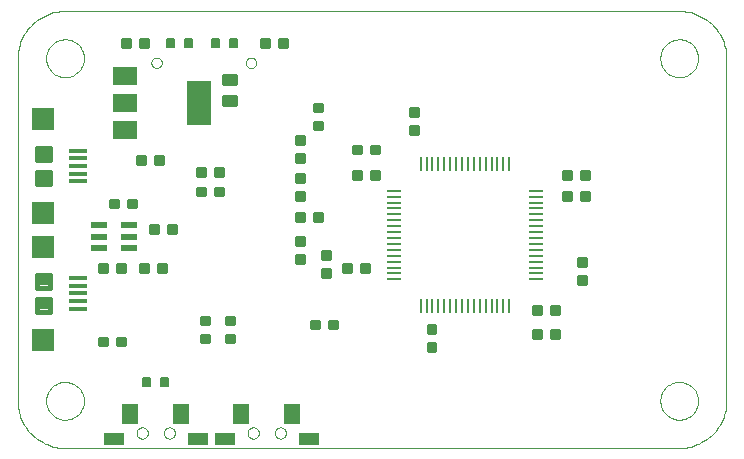
<source format=gtp>
G75*
%MOIN*%
%OFA0B0*%
%FSLAX24Y24*%
%IPPOS*%
%LPD*%
%AMOC8*
5,1,8,0,0,1.08239X$1,22.5*
%
%ADD10C,0.0088*%
%ADD11R,0.0787X0.0591*%
%ADD12R,0.0787X0.1496*%
%ADD13C,0.0100*%
%ADD14R,0.0472X0.0094*%
%ADD15R,0.0094X0.0472*%
%ADD16C,0.0000*%
%ADD17R,0.0520X0.0220*%
%ADD18C,0.0075*%
%ADD19R,0.0598X0.0150*%
%ADD20C,0.0180*%
%ADD21R,0.0748X0.0748*%
%ADD22R,0.0550X0.0700*%
%ADD23R,0.0700X0.0400*%
D10*
X007106Y007097D02*
X007368Y007097D01*
X007368Y006835D01*
X007106Y006835D01*
X007106Y007097D01*
X007106Y006922D02*
X007368Y006922D01*
X007368Y007009D02*
X007106Y007009D01*
X007106Y007096D02*
X007368Y007096D01*
X007706Y007097D02*
X007968Y007097D01*
X007968Y006835D01*
X007706Y006835D01*
X007706Y007097D01*
X007706Y006922D02*
X007968Y006922D01*
X007968Y007009D02*
X007706Y007009D01*
X007706Y007096D02*
X007968Y007096D01*
X010748Y007197D02*
X010748Y006935D01*
X010486Y006935D01*
X010486Y007197D01*
X010748Y007197D01*
X010748Y007022D02*
X010486Y007022D01*
X010486Y007109D02*
X010748Y007109D01*
X010748Y007196D02*
X010486Y007196D01*
X010748Y007535D02*
X010748Y007797D01*
X010748Y007535D02*
X010486Y007535D01*
X010486Y007797D01*
X010748Y007797D01*
X010748Y007622D02*
X010486Y007622D01*
X010486Y007709D02*
X010748Y007709D01*
X010748Y007796D02*
X010486Y007796D01*
X011581Y007797D02*
X011581Y007535D01*
X011319Y007535D01*
X011319Y007797D01*
X011581Y007797D01*
X011581Y007622D02*
X011319Y007622D01*
X011319Y007709D02*
X011581Y007709D01*
X011581Y007796D02*
X011319Y007796D01*
X011581Y007197D02*
X011581Y006935D01*
X011319Y006935D01*
X011319Y007197D01*
X011581Y007197D01*
X011581Y007022D02*
X011319Y007022D01*
X011319Y007109D02*
X011581Y007109D01*
X011581Y007196D02*
X011319Y007196D01*
X014156Y007405D02*
X014418Y007405D01*
X014156Y007405D02*
X014156Y007667D01*
X014418Y007667D01*
X014418Y007405D01*
X014418Y007492D02*
X014156Y007492D01*
X014156Y007579D02*
X014418Y007579D01*
X014418Y007666D02*
X014156Y007666D01*
X014756Y007405D02*
X015018Y007405D01*
X014756Y007405D02*
X014756Y007667D01*
X015018Y007667D01*
X015018Y007405D01*
X015018Y007492D02*
X014756Y007492D01*
X014756Y007579D02*
X015018Y007579D01*
X015018Y007666D02*
X014756Y007666D01*
X014798Y009125D02*
X014798Y009387D01*
X014798Y009125D02*
X014536Y009125D01*
X014536Y009387D01*
X014798Y009387D01*
X014798Y009212D02*
X014536Y009212D01*
X014536Y009299D02*
X014798Y009299D01*
X014798Y009386D02*
X014536Y009386D01*
X014798Y009725D02*
X014798Y009987D01*
X014798Y009725D02*
X014536Y009725D01*
X014536Y009987D01*
X014798Y009987D01*
X014798Y009812D02*
X014536Y009812D01*
X014536Y009899D02*
X014798Y009899D01*
X014798Y009986D02*
X014536Y009986D01*
X013656Y009847D02*
X013656Y009585D01*
X013656Y009847D02*
X013918Y009847D01*
X013918Y009585D01*
X013656Y009585D01*
X013656Y009672D02*
X013918Y009672D01*
X013918Y009759D02*
X013656Y009759D01*
X013656Y009846D02*
X013918Y009846D01*
X013656Y010185D02*
X013656Y010447D01*
X013918Y010447D01*
X013918Y010185D01*
X013656Y010185D01*
X013656Y010272D02*
X013918Y010272D01*
X013918Y010359D02*
X013656Y010359D01*
X013656Y010446D02*
X013918Y010446D01*
X013918Y010985D02*
X013656Y010985D01*
X013656Y011247D01*
X013918Y011247D01*
X013918Y010985D01*
X013918Y011072D02*
X013656Y011072D01*
X013656Y011159D02*
X013918Y011159D01*
X013918Y011246D02*
X013656Y011246D01*
X013918Y011685D02*
X013918Y011947D01*
X013918Y011685D02*
X013656Y011685D01*
X013656Y011947D01*
X013918Y011947D01*
X013918Y011772D02*
X013656Y011772D01*
X013656Y011859D02*
X013918Y011859D01*
X013918Y011946D02*
X013656Y011946D01*
X013918Y012285D02*
X013918Y012547D01*
X013918Y012285D02*
X013656Y012285D01*
X013656Y012547D01*
X013918Y012547D01*
X013918Y012372D02*
X013656Y012372D01*
X013656Y012459D02*
X013918Y012459D01*
X013918Y012546D02*
X013656Y012546D01*
X013918Y012945D02*
X013918Y013207D01*
X013918Y012945D02*
X013656Y012945D01*
X013656Y013207D01*
X013918Y013207D01*
X013918Y013032D02*
X013656Y013032D01*
X013656Y013119D02*
X013918Y013119D01*
X013918Y013206D02*
X013656Y013206D01*
X013918Y013545D02*
X013918Y013807D01*
X013918Y013545D02*
X013656Y013545D01*
X013656Y013807D01*
X013918Y013807D01*
X013918Y013632D02*
X013656Y013632D01*
X013656Y013719D02*
X013918Y013719D01*
X013918Y013806D02*
X013656Y013806D01*
X014518Y014035D02*
X014518Y014297D01*
X014518Y014035D02*
X014256Y014035D01*
X014256Y014297D01*
X014518Y014297D01*
X014518Y014122D02*
X014256Y014122D01*
X014256Y014209D02*
X014518Y014209D01*
X014518Y014296D02*
X014256Y014296D01*
X014518Y014635D02*
X014518Y014897D01*
X014518Y014635D02*
X014256Y014635D01*
X014256Y014897D01*
X014518Y014897D01*
X014518Y014722D02*
X014256Y014722D01*
X014256Y014809D02*
X014518Y014809D01*
X014518Y014896D02*
X014256Y014896D01*
X015556Y013497D02*
X015818Y013497D01*
X015818Y013235D01*
X015556Y013235D01*
X015556Y013497D01*
X015556Y013322D02*
X015818Y013322D01*
X015818Y013409D02*
X015556Y013409D01*
X015556Y013496D02*
X015818Y013496D01*
X016156Y013497D02*
X016418Y013497D01*
X016418Y013235D01*
X016156Y013235D01*
X016156Y013497D01*
X016156Y013322D02*
X016418Y013322D01*
X016418Y013409D02*
X016156Y013409D01*
X016156Y013496D02*
X016418Y013496D01*
X017718Y013885D02*
X017718Y014147D01*
X017718Y013885D02*
X017456Y013885D01*
X017456Y014147D01*
X017718Y014147D01*
X017718Y013972D02*
X017456Y013972D01*
X017456Y014059D02*
X017718Y014059D01*
X017718Y014146D02*
X017456Y014146D01*
X017718Y014485D02*
X017718Y014747D01*
X017718Y014485D02*
X017456Y014485D01*
X017456Y014747D01*
X017718Y014747D01*
X017718Y014572D02*
X017456Y014572D01*
X017456Y014659D02*
X017718Y014659D01*
X017718Y014746D02*
X017456Y014746D01*
X016418Y012647D02*
X016156Y012647D01*
X016418Y012647D02*
X016418Y012385D01*
X016156Y012385D01*
X016156Y012647D01*
X016156Y012472D02*
X016418Y012472D01*
X016418Y012559D02*
X016156Y012559D01*
X016156Y012646D02*
X016418Y012646D01*
X015818Y012647D02*
X015556Y012647D01*
X015818Y012647D02*
X015818Y012385D01*
X015556Y012385D01*
X015556Y012647D01*
X015556Y012472D02*
X015818Y012472D01*
X015818Y012559D02*
X015556Y012559D01*
X015556Y012646D02*
X015818Y012646D01*
X014518Y010985D02*
X014256Y010985D01*
X014256Y011247D01*
X014518Y011247D01*
X014518Y010985D01*
X014518Y011072D02*
X014256Y011072D01*
X014256Y011159D02*
X014518Y011159D01*
X014518Y011246D02*
X014256Y011246D01*
X015226Y009557D02*
X015488Y009557D01*
X015488Y009295D01*
X015226Y009295D01*
X015226Y009557D01*
X015226Y009382D02*
X015488Y009382D01*
X015488Y009469D02*
X015226Y009469D01*
X015226Y009556D02*
X015488Y009556D01*
X015826Y009557D02*
X016088Y009557D01*
X016088Y009295D01*
X015826Y009295D01*
X015826Y009557D01*
X015826Y009382D02*
X016088Y009382D01*
X016088Y009469D02*
X015826Y009469D01*
X015826Y009556D02*
X016088Y009556D01*
X018046Y007507D02*
X018046Y007245D01*
X018046Y007507D02*
X018308Y007507D01*
X018308Y007245D01*
X018046Y007245D01*
X018046Y007332D02*
X018308Y007332D01*
X018308Y007419D02*
X018046Y007419D01*
X018046Y007506D02*
X018308Y007506D01*
X018046Y006907D02*
X018046Y006645D01*
X018046Y006907D02*
X018308Y006907D01*
X018308Y006645D01*
X018046Y006645D01*
X018046Y006732D02*
X018308Y006732D01*
X018308Y006819D02*
X018046Y006819D01*
X018046Y006906D02*
X018308Y006906D01*
X021556Y007347D02*
X021818Y007347D01*
X021818Y007085D01*
X021556Y007085D01*
X021556Y007347D01*
X021556Y007172D02*
X021818Y007172D01*
X021818Y007259D02*
X021556Y007259D01*
X021556Y007346D02*
X021818Y007346D01*
X022156Y007347D02*
X022418Y007347D01*
X022418Y007085D01*
X022156Y007085D01*
X022156Y007347D01*
X022156Y007172D02*
X022418Y007172D01*
X022418Y007259D02*
X022156Y007259D01*
X022156Y007346D02*
X022418Y007346D01*
X022418Y008147D02*
X022156Y008147D01*
X022418Y008147D02*
X022418Y007885D01*
X022156Y007885D01*
X022156Y008147D01*
X022156Y007972D02*
X022418Y007972D01*
X022418Y008059D02*
X022156Y008059D01*
X022156Y008146D02*
X022418Y008146D01*
X021818Y008147D02*
X021556Y008147D01*
X021818Y008147D02*
X021818Y007885D01*
X021556Y007885D01*
X021556Y008147D01*
X021556Y007972D02*
X021818Y007972D01*
X021818Y008059D02*
X021556Y008059D01*
X021556Y008146D02*
X021818Y008146D01*
X023318Y008885D02*
X023318Y009147D01*
X023318Y008885D02*
X023056Y008885D01*
X023056Y009147D01*
X023318Y009147D01*
X023318Y008972D02*
X023056Y008972D01*
X023056Y009059D02*
X023318Y009059D01*
X023318Y009146D02*
X023056Y009146D01*
X023318Y009485D02*
X023318Y009747D01*
X023318Y009485D02*
X023056Y009485D01*
X023056Y009747D01*
X023318Y009747D01*
X023318Y009572D02*
X023056Y009572D01*
X023056Y009659D02*
X023318Y009659D01*
X023318Y009746D02*
X023056Y009746D01*
X023156Y011685D02*
X023418Y011685D01*
X023156Y011685D02*
X023156Y011947D01*
X023418Y011947D01*
X023418Y011685D01*
X023418Y011772D02*
X023156Y011772D01*
X023156Y011859D02*
X023418Y011859D01*
X023418Y011946D02*
X023156Y011946D01*
X022818Y011685D02*
X022556Y011685D01*
X022556Y011947D01*
X022818Y011947D01*
X022818Y011685D01*
X022818Y011772D02*
X022556Y011772D01*
X022556Y011859D02*
X022818Y011859D01*
X022818Y011946D02*
X022556Y011946D01*
X022556Y012385D02*
X022818Y012385D01*
X022556Y012385D02*
X022556Y012647D01*
X022818Y012647D01*
X022818Y012385D01*
X022818Y012472D02*
X022556Y012472D01*
X022556Y012559D02*
X022818Y012559D01*
X022818Y012646D02*
X022556Y012646D01*
X023156Y012385D02*
X023418Y012385D01*
X023156Y012385D02*
X023156Y012647D01*
X023418Y012647D01*
X023418Y012385D01*
X023418Y012472D02*
X023156Y012472D01*
X023156Y012559D02*
X023418Y012559D01*
X023418Y012646D02*
X023156Y012646D01*
X013368Y016785D02*
X013106Y016785D01*
X013106Y017047D01*
X013368Y017047D01*
X013368Y016785D01*
X013368Y016872D02*
X013106Y016872D01*
X013106Y016959D02*
X013368Y016959D01*
X013368Y017046D02*
X013106Y017046D01*
X012768Y016785D02*
X012506Y016785D01*
X012506Y017047D01*
X012768Y017047D01*
X012768Y016785D01*
X012768Y016872D02*
X012506Y016872D01*
X012506Y016959D02*
X012768Y016959D01*
X012768Y017046D02*
X012506Y017046D01*
X008718Y016785D02*
X008456Y016785D01*
X008456Y017047D01*
X008718Y017047D01*
X008718Y016785D01*
X008718Y016872D02*
X008456Y016872D01*
X008456Y016959D02*
X008718Y016959D01*
X008718Y017046D02*
X008456Y017046D01*
X008118Y016785D02*
X007856Y016785D01*
X007856Y017047D01*
X008118Y017047D01*
X008118Y016785D01*
X008118Y016872D02*
X007856Y016872D01*
X007856Y016959D02*
X008118Y016959D01*
X008118Y017046D02*
X007856Y017046D01*
X008356Y012885D02*
X008618Y012885D01*
X008356Y012885D02*
X008356Y013147D01*
X008618Y013147D01*
X008618Y012885D01*
X008618Y012972D02*
X008356Y012972D01*
X008356Y013059D02*
X008618Y013059D01*
X008618Y013146D02*
X008356Y013146D01*
X008956Y012885D02*
X009218Y012885D01*
X008956Y012885D02*
X008956Y013147D01*
X009218Y013147D01*
X009218Y012885D01*
X009218Y012972D02*
X008956Y012972D01*
X008956Y013059D02*
X009218Y013059D01*
X009218Y013146D02*
X008956Y013146D01*
X010356Y012747D02*
X010618Y012747D01*
X010618Y012485D01*
X010356Y012485D01*
X010356Y012747D01*
X010356Y012572D02*
X010618Y012572D01*
X010618Y012659D02*
X010356Y012659D01*
X010356Y012746D02*
X010618Y012746D01*
X010956Y012747D02*
X011218Y012747D01*
X011218Y012485D01*
X010956Y012485D01*
X010956Y012747D01*
X010956Y012572D02*
X011218Y012572D01*
X011218Y012659D02*
X010956Y012659D01*
X010956Y012746D02*
X011218Y012746D01*
X011218Y011835D02*
X010956Y011835D01*
X010956Y012097D01*
X011218Y012097D01*
X011218Y011835D01*
X011218Y011922D02*
X010956Y011922D01*
X010956Y012009D02*
X011218Y012009D01*
X011218Y012096D02*
X010956Y012096D01*
X010618Y011835D02*
X010356Y011835D01*
X010356Y012097D01*
X010618Y012097D01*
X010618Y011835D01*
X010618Y011922D02*
X010356Y011922D01*
X010356Y012009D02*
X010618Y012009D01*
X010618Y012096D02*
X010356Y012096D01*
X009668Y010585D02*
X009406Y010585D01*
X009406Y010847D01*
X009668Y010847D01*
X009668Y010585D01*
X009668Y010672D02*
X009406Y010672D01*
X009406Y010759D02*
X009668Y010759D01*
X009668Y010846D02*
X009406Y010846D01*
X009068Y010585D02*
X008806Y010585D01*
X008806Y010847D01*
X009068Y010847D01*
X009068Y010585D01*
X009068Y010672D02*
X008806Y010672D01*
X008806Y010759D02*
X009068Y010759D01*
X009068Y010846D02*
X008806Y010846D01*
X008318Y011435D02*
X008056Y011435D01*
X008056Y011697D01*
X008318Y011697D01*
X008318Y011435D01*
X008318Y011522D02*
X008056Y011522D01*
X008056Y011609D02*
X008318Y011609D01*
X008318Y011696D02*
X008056Y011696D01*
X007718Y011435D02*
X007456Y011435D01*
X007456Y011697D01*
X007718Y011697D01*
X007718Y011435D01*
X007718Y011522D02*
X007456Y011522D01*
X007456Y011609D02*
X007718Y011609D01*
X007718Y011696D02*
X007456Y011696D01*
X007368Y009285D02*
X007106Y009285D01*
X007106Y009547D01*
X007368Y009547D01*
X007368Y009285D01*
X007368Y009372D02*
X007106Y009372D01*
X007106Y009459D02*
X007368Y009459D01*
X007368Y009546D02*
X007106Y009546D01*
X007706Y009285D02*
X007968Y009285D01*
X007706Y009285D02*
X007706Y009547D01*
X007968Y009547D01*
X007968Y009285D01*
X007968Y009372D02*
X007706Y009372D01*
X007706Y009459D02*
X007968Y009459D01*
X007968Y009546D02*
X007706Y009546D01*
X008456Y009285D02*
X008718Y009285D01*
X008456Y009285D02*
X008456Y009547D01*
X008718Y009547D01*
X008718Y009285D01*
X008718Y009372D02*
X008456Y009372D01*
X008456Y009459D02*
X008718Y009459D01*
X008718Y009546D02*
X008456Y009546D01*
X009056Y009285D02*
X009318Y009285D01*
X009056Y009285D02*
X009056Y009547D01*
X009318Y009547D01*
X009318Y009285D01*
X009318Y009372D02*
X009056Y009372D01*
X009056Y009459D02*
X009318Y009459D01*
X009318Y009546D02*
X009056Y009546D01*
D11*
X007946Y014010D03*
X007946Y014916D03*
X007946Y015821D03*
D12*
X010427Y014916D03*
D13*
X011212Y014866D02*
X011212Y015166D01*
X011662Y015166D01*
X011662Y014866D01*
X011212Y014866D01*
X011212Y014965D02*
X011662Y014965D01*
X011662Y015064D02*
X011212Y015064D01*
X011212Y015163D02*
X011662Y015163D01*
X011212Y015566D02*
X011212Y015866D01*
X011662Y015866D01*
X011662Y015566D01*
X011212Y015566D01*
X011212Y015665D02*
X011662Y015665D01*
X011662Y015764D02*
X011212Y015764D01*
X011212Y015863D02*
X011662Y015863D01*
D14*
X016932Y011992D03*
X016932Y011795D03*
X016932Y011598D03*
X016932Y011401D03*
X016932Y011205D03*
X016932Y011008D03*
X016932Y010811D03*
X016932Y010614D03*
X016932Y010417D03*
X016932Y010220D03*
X016932Y010023D03*
X016932Y009827D03*
X016932Y009630D03*
X016932Y009433D03*
X016932Y009236D03*
X016932Y009039D03*
X021656Y009039D03*
X021656Y009236D03*
X021656Y009433D03*
X021656Y009630D03*
X021656Y009827D03*
X021656Y010023D03*
X021656Y010220D03*
X021656Y010417D03*
X021656Y010614D03*
X021656Y010811D03*
X021656Y011008D03*
X021656Y011205D03*
X021656Y011401D03*
X021656Y011598D03*
X021656Y011795D03*
X021656Y011992D03*
D15*
X020770Y012878D03*
X020574Y012878D03*
X020377Y012878D03*
X020180Y012878D03*
X019983Y012878D03*
X019786Y012878D03*
X019589Y012878D03*
X019392Y012878D03*
X019196Y012878D03*
X018999Y012878D03*
X018802Y012878D03*
X018605Y012878D03*
X018408Y012878D03*
X018211Y012878D03*
X018014Y012878D03*
X017818Y012878D03*
X017818Y008153D03*
X018014Y008153D03*
X018211Y008153D03*
X018408Y008153D03*
X018605Y008153D03*
X018802Y008153D03*
X018999Y008153D03*
X019196Y008153D03*
X019392Y008153D03*
X019589Y008153D03*
X019786Y008153D03*
X019983Y008153D03*
X020180Y008153D03*
X020377Y008153D03*
X020574Y008153D03*
X020770Y008153D03*
D16*
X026434Y003416D02*
X005961Y003416D01*
X005331Y004990D02*
X005333Y005040D01*
X005339Y005090D01*
X005349Y005139D01*
X005363Y005187D01*
X005380Y005234D01*
X005401Y005279D01*
X005426Y005323D01*
X005454Y005364D01*
X005486Y005403D01*
X005520Y005440D01*
X005557Y005474D01*
X005597Y005504D01*
X005639Y005531D01*
X005683Y005555D01*
X005729Y005576D01*
X005776Y005592D01*
X005824Y005605D01*
X005874Y005614D01*
X005923Y005619D01*
X005974Y005620D01*
X006024Y005617D01*
X006073Y005610D01*
X006122Y005599D01*
X006170Y005584D01*
X006216Y005566D01*
X006261Y005544D01*
X006304Y005518D01*
X006345Y005489D01*
X006384Y005457D01*
X006420Y005422D01*
X006452Y005384D01*
X006482Y005344D01*
X006509Y005301D01*
X006532Y005257D01*
X006551Y005211D01*
X006567Y005163D01*
X006579Y005114D01*
X006587Y005065D01*
X006591Y005015D01*
X006591Y004965D01*
X006587Y004915D01*
X006579Y004866D01*
X006567Y004817D01*
X006551Y004769D01*
X006532Y004723D01*
X006509Y004679D01*
X006482Y004636D01*
X006452Y004596D01*
X006420Y004558D01*
X006384Y004523D01*
X006345Y004491D01*
X006304Y004462D01*
X006261Y004436D01*
X006216Y004414D01*
X006170Y004396D01*
X006122Y004381D01*
X006073Y004370D01*
X006024Y004363D01*
X005974Y004360D01*
X005923Y004361D01*
X005874Y004366D01*
X005824Y004375D01*
X005776Y004388D01*
X005729Y004404D01*
X005683Y004425D01*
X005639Y004449D01*
X005597Y004476D01*
X005557Y004506D01*
X005520Y004540D01*
X005486Y004577D01*
X005454Y004616D01*
X005426Y004657D01*
X005401Y004701D01*
X005380Y004746D01*
X005363Y004793D01*
X005349Y004841D01*
X005339Y004890D01*
X005333Y004940D01*
X005331Y004990D01*
X004386Y004990D02*
X004388Y004913D01*
X004394Y004836D01*
X004403Y004759D01*
X004416Y004683D01*
X004433Y004607D01*
X004454Y004533D01*
X004478Y004459D01*
X004506Y004387D01*
X004537Y004317D01*
X004572Y004248D01*
X004610Y004180D01*
X004651Y004115D01*
X004696Y004052D01*
X004744Y003991D01*
X004794Y003932D01*
X004847Y003876D01*
X004903Y003823D01*
X004962Y003773D01*
X005023Y003725D01*
X005086Y003680D01*
X005151Y003639D01*
X005219Y003601D01*
X005288Y003566D01*
X005358Y003535D01*
X005430Y003507D01*
X005504Y003483D01*
X005578Y003462D01*
X005654Y003445D01*
X005730Y003432D01*
X005807Y003423D01*
X005884Y003417D01*
X005961Y003415D01*
X005884Y003417D01*
X005807Y003423D01*
X005730Y003432D01*
X005654Y003445D01*
X005578Y003462D01*
X005504Y003483D01*
X005430Y003507D01*
X005358Y003535D01*
X005288Y003566D01*
X005219Y003601D01*
X005151Y003639D01*
X005086Y003680D01*
X005023Y003725D01*
X004962Y003773D01*
X004903Y003823D01*
X004847Y003876D01*
X004794Y003932D01*
X004744Y003991D01*
X004696Y004052D01*
X004651Y004115D01*
X004610Y004180D01*
X004572Y004248D01*
X004537Y004317D01*
X004506Y004387D01*
X004478Y004459D01*
X004454Y004533D01*
X004433Y004607D01*
X004416Y004683D01*
X004403Y004759D01*
X004394Y004836D01*
X004388Y004913D01*
X004386Y004990D01*
X004387Y004990D02*
X004387Y016408D01*
X005331Y016408D02*
X005333Y016458D01*
X005339Y016508D01*
X005349Y016557D01*
X005363Y016605D01*
X005380Y016652D01*
X005401Y016697D01*
X005426Y016741D01*
X005454Y016782D01*
X005486Y016821D01*
X005520Y016858D01*
X005557Y016892D01*
X005597Y016922D01*
X005639Y016949D01*
X005683Y016973D01*
X005729Y016994D01*
X005776Y017010D01*
X005824Y017023D01*
X005874Y017032D01*
X005923Y017037D01*
X005974Y017038D01*
X006024Y017035D01*
X006073Y017028D01*
X006122Y017017D01*
X006170Y017002D01*
X006216Y016984D01*
X006261Y016962D01*
X006304Y016936D01*
X006345Y016907D01*
X006384Y016875D01*
X006420Y016840D01*
X006452Y016802D01*
X006482Y016762D01*
X006509Y016719D01*
X006532Y016675D01*
X006551Y016629D01*
X006567Y016581D01*
X006579Y016532D01*
X006587Y016483D01*
X006591Y016433D01*
X006591Y016383D01*
X006587Y016333D01*
X006579Y016284D01*
X006567Y016235D01*
X006551Y016187D01*
X006532Y016141D01*
X006509Y016097D01*
X006482Y016054D01*
X006452Y016014D01*
X006420Y015976D01*
X006384Y015941D01*
X006345Y015909D01*
X006304Y015880D01*
X006261Y015854D01*
X006216Y015832D01*
X006170Y015814D01*
X006122Y015799D01*
X006073Y015788D01*
X006024Y015781D01*
X005974Y015778D01*
X005923Y015779D01*
X005874Y015784D01*
X005824Y015793D01*
X005776Y015806D01*
X005729Y015822D01*
X005683Y015843D01*
X005639Y015867D01*
X005597Y015894D01*
X005557Y015924D01*
X005520Y015958D01*
X005486Y015995D01*
X005454Y016034D01*
X005426Y016075D01*
X005401Y016119D01*
X005380Y016164D01*
X005363Y016211D01*
X005349Y016259D01*
X005339Y016308D01*
X005333Y016358D01*
X005331Y016408D01*
X004386Y016408D02*
X004388Y016485D01*
X004394Y016562D01*
X004403Y016639D01*
X004416Y016715D01*
X004433Y016791D01*
X004454Y016865D01*
X004478Y016939D01*
X004506Y017011D01*
X004537Y017081D01*
X004572Y017150D01*
X004610Y017218D01*
X004651Y017283D01*
X004696Y017346D01*
X004744Y017407D01*
X004794Y017466D01*
X004847Y017522D01*
X004903Y017575D01*
X004962Y017625D01*
X005023Y017673D01*
X005086Y017718D01*
X005151Y017759D01*
X005219Y017797D01*
X005288Y017832D01*
X005358Y017863D01*
X005430Y017891D01*
X005504Y017915D01*
X005578Y017936D01*
X005654Y017953D01*
X005730Y017966D01*
X005807Y017975D01*
X005884Y017981D01*
X005961Y017983D01*
X026434Y017983D01*
X025804Y016408D02*
X025806Y016458D01*
X025812Y016508D01*
X025822Y016557D01*
X025836Y016605D01*
X025853Y016652D01*
X025874Y016697D01*
X025899Y016741D01*
X025927Y016782D01*
X025959Y016821D01*
X025993Y016858D01*
X026030Y016892D01*
X026070Y016922D01*
X026112Y016949D01*
X026156Y016973D01*
X026202Y016994D01*
X026249Y017010D01*
X026297Y017023D01*
X026347Y017032D01*
X026396Y017037D01*
X026447Y017038D01*
X026497Y017035D01*
X026546Y017028D01*
X026595Y017017D01*
X026643Y017002D01*
X026689Y016984D01*
X026734Y016962D01*
X026777Y016936D01*
X026818Y016907D01*
X026857Y016875D01*
X026893Y016840D01*
X026925Y016802D01*
X026955Y016762D01*
X026982Y016719D01*
X027005Y016675D01*
X027024Y016629D01*
X027040Y016581D01*
X027052Y016532D01*
X027060Y016483D01*
X027064Y016433D01*
X027064Y016383D01*
X027060Y016333D01*
X027052Y016284D01*
X027040Y016235D01*
X027024Y016187D01*
X027005Y016141D01*
X026982Y016097D01*
X026955Y016054D01*
X026925Y016014D01*
X026893Y015976D01*
X026857Y015941D01*
X026818Y015909D01*
X026777Y015880D01*
X026734Y015854D01*
X026689Y015832D01*
X026643Y015814D01*
X026595Y015799D01*
X026546Y015788D01*
X026497Y015781D01*
X026447Y015778D01*
X026396Y015779D01*
X026347Y015784D01*
X026297Y015793D01*
X026249Y015806D01*
X026202Y015822D01*
X026156Y015843D01*
X026112Y015867D01*
X026070Y015894D01*
X026030Y015924D01*
X025993Y015958D01*
X025959Y015995D01*
X025927Y016034D01*
X025899Y016075D01*
X025874Y016119D01*
X025853Y016164D01*
X025836Y016211D01*
X025822Y016259D01*
X025812Y016308D01*
X025806Y016358D01*
X025804Y016408D01*
X026434Y017983D02*
X026511Y017981D01*
X026588Y017975D01*
X026665Y017966D01*
X026741Y017953D01*
X026817Y017936D01*
X026891Y017915D01*
X026965Y017891D01*
X027037Y017863D01*
X027107Y017832D01*
X027176Y017797D01*
X027244Y017759D01*
X027309Y017718D01*
X027372Y017673D01*
X027433Y017625D01*
X027492Y017575D01*
X027548Y017522D01*
X027601Y017466D01*
X027651Y017407D01*
X027699Y017346D01*
X027744Y017283D01*
X027785Y017218D01*
X027823Y017150D01*
X027858Y017081D01*
X027889Y017011D01*
X027917Y016939D01*
X027941Y016865D01*
X027962Y016791D01*
X027979Y016715D01*
X027992Y016639D01*
X028001Y016562D01*
X028007Y016485D01*
X028009Y016408D01*
X028009Y004990D01*
X025804Y004990D02*
X025806Y005040D01*
X025812Y005090D01*
X025822Y005139D01*
X025836Y005187D01*
X025853Y005234D01*
X025874Y005279D01*
X025899Y005323D01*
X025927Y005364D01*
X025959Y005403D01*
X025993Y005440D01*
X026030Y005474D01*
X026070Y005504D01*
X026112Y005531D01*
X026156Y005555D01*
X026202Y005576D01*
X026249Y005592D01*
X026297Y005605D01*
X026347Y005614D01*
X026396Y005619D01*
X026447Y005620D01*
X026497Y005617D01*
X026546Y005610D01*
X026595Y005599D01*
X026643Y005584D01*
X026689Y005566D01*
X026734Y005544D01*
X026777Y005518D01*
X026818Y005489D01*
X026857Y005457D01*
X026893Y005422D01*
X026925Y005384D01*
X026955Y005344D01*
X026982Y005301D01*
X027005Y005257D01*
X027024Y005211D01*
X027040Y005163D01*
X027052Y005114D01*
X027060Y005065D01*
X027064Y005015D01*
X027064Y004965D01*
X027060Y004915D01*
X027052Y004866D01*
X027040Y004817D01*
X027024Y004769D01*
X027005Y004723D01*
X026982Y004679D01*
X026955Y004636D01*
X026925Y004596D01*
X026893Y004558D01*
X026857Y004523D01*
X026818Y004491D01*
X026777Y004462D01*
X026734Y004436D01*
X026689Y004414D01*
X026643Y004396D01*
X026595Y004381D01*
X026546Y004370D01*
X026497Y004363D01*
X026447Y004360D01*
X026396Y004361D01*
X026347Y004366D01*
X026297Y004375D01*
X026249Y004388D01*
X026202Y004404D01*
X026156Y004425D01*
X026112Y004449D01*
X026070Y004476D01*
X026030Y004506D01*
X025993Y004540D01*
X025959Y004577D01*
X025927Y004616D01*
X025899Y004657D01*
X025874Y004701D01*
X025853Y004746D01*
X025836Y004793D01*
X025822Y004841D01*
X025812Y004890D01*
X025806Y004940D01*
X025804Y004990D01*
X026434Y003415D02*
X026511Y003417D01*
X026588Y003423D01*
X026665Y003432D01*
X026741Y003445D01*
X026817Y003462D01*
X026891Y003483D01*
X026965Y003507D01*
X027037Y003535D01*
X027107Y003566D01*
X027176Y003601D01*
X027244Y003639D01*
X027309Y003680D01*
X027372Y003725D01*
X027433Y003773D01*
X027492Y003823D01*
X027548Y003876D01*
X027601Y003932D01*
X027651Y003991D01*
X027699Y004052D01*
X027744Y004115D01*
X027785Y004180D01*
X027823Y004248D01*
X027858Y004317D01*
X027889Y004387D01*
X027917Y004459D01*
X027941Y004533D01*
X027962Y004607D01*
X027979Y004683D01*
X027992Y004759D01*
X028001Y004836D01*
X028007Y004913D01*
X028009Y004990D01*
X028007Y004913D01*
X028001Y004836D01*
X027992Y004759D01*
X027979Y004683D01*
X027962Y004607D01*
X027941Y004533D01*
X027917Y004459D01*
X027889Y004387D01*
X027858Y004317D01*
X027823Y004248D01*
X027785Y004180D01*
X027744Y004115D01*
X027699Y004052D01*
X027651Y003991D01*
X027601Y003932D01*
X027548Y003876D01*
X027492Y003823D01*
X027433Y003773D01*
X027372Y003725D01*
X027309Y003680D01*
X027244Y003639D01*
X027176Y003601D01*
X027107Y003566D01*
X027037Y003535D01*
X026965Y003507D01*
X026891Y003483D01*
X026817Y003462D01*
X026741Y003445D01*
X026665Y003432D01*
X026588Y003423D01*
X026511Y003417D01*
X026434Y003415D01*
X012952Y003916D02*
X012954Y003943D01*
X012960Y003969D01*
X012969Y003994D01*
X012982Y004017D01*
X012998Y004038D01*
X013017Y004057D01*
X013038Y004073D01*
X013061Y004086D01*
X013086Y004095D01*
X013112Y004101D01*
X013139Y004103D01*
X013166Y004101D01*
X013192Y004095D01*
X013217Y004086D01*
X013240Y004073D01*
X013261Y004057D01*
X013280Y004038D01*
X013296Y004017D01*
X013309Y003994D01*
X013318Y003969D01*
X013324Y003943D01*
X013326Y003916D01*
X013324Y003889D01*
X013318Y003863D01*
X013309Y003838D01*
X013296Y003815D01*
X013280Y003794D01*
X013261Y003775D01*
X013240Y003759D01*
X013217Y003746D01*
X013192Y003737D01*
X013166Y003731D01*
X013139Y003729D01*
X013112Y003731D01*
X013086Y003737D01*
X013061Y003746D01*
X013038Y003759D01*
X013017Y003775D01*
X012998Y003794D01*
X012982Y003815D01*
X012969Y003838D01*
X012960Y003863D01*
X012954Y003889D01*
X012952Y003916D01*
X012047Y003916D02*
X012049Y003943D01*
X012055Y003969D01*
X012064Y003994D01*
X012077Y004017D01*
X012093Y004038D01*
X012112Y004057D01*
X012133Y004073D01*
X012156Y004086D01*
X012181Y004095D01*
X012207Y004101D01*
X012234Y004103D01*
X012261Y004101D01*
X012287Y004095D01*
X012312Y004086D01*
X012335Y004073D01*
X012356Y004057D01*
X012375Y004038D01*
X012391Y004017D01*
X012404Y003994D01*
X012413Y003969D01*
X012419Y003943D01*
X012421Y003916D01*
X012419Y003889D01*
X012413Y003863D01*
X012404Y003838D01*
X012391Y003815D01*
X012375Y003794D01*
X012356Y003775D01*
X012335Y003759D01*
X012312Y003746D01*
X012287Y003737D01*
X012261Y003731D01*
X012234Y003729D01*
X012207Y003731D01*
X012181Y003737D01*
X012156Y003746D01*
X012133Y003759D01*
X012112Y003775D01*
X012093Y003794D01*
X012077Y003815D01*
X012064Y003838D01*
X012055Y003863D01*
X012049Y003889D01*
X012047Y003916D01*
X009252Y003916D02*
X009254Y003943D01*
X009260Y003969D01*
X009269Y003994D01*
X009282Y004017D01*
X009298Y004038D01*
X009317Y004057D01*
X009338Y004073D01*
X009361Y004086D01*
X009386Y004095D01*
X009412Y004101D01*
X009439Y004103D01*
X009466Y004101D01*
X009492Y004095D01*
X009517Y004086D01*
X009540Y004073D01*
X009561Y004057D01*
X009580Y004038D01*
X009596Y004017D01*
X009609Y003994D01*
X009618Y003969D01*
X009624Y003943D01*
X009626Y003916D01*
X009624Y003889D01*
X009618Y003863D01*
X009609Y003838D01*
X009596Y003815D01*
X009580Y003794D01*
X009561Y003775D01*
X009540Y003759D01*
X009517Y003746D01*
X009492Y003737D01*
X009466Y003731D01*
X009439Y003729D01*
X009412Y003731D01*
X009386Y003737D01*
X009361Y003746D01*
X009338Y003759D01*
X009317Y003775D01*
X009298Y003794D01*
X009282Y003815D01*
X009269Y003838D01*
X009260Y003863D01*
X009254Y003889D01*
X009252Y003916D01*
X008347Y003916D02*
X008349Y003943D01*
X008355Y003969D01*
X008364Y003994D01*
X008377Y004017D01*
X008393Y004038D01*
X008412Y004057D01*
X008433Y004073D01*
X008456Y004086D01*
X008481Y004095D01*
X008507Y004101D01*
X008534Y004103D01*
X008561Y004101D01*
X008587Y004095D01*
X008612Y004086D01*
X008635Y004073D01*
X008656Y004057D01*
X008675Y004038D01*
X008691Y004017D01*
X008704Y003994D01*
X008713Y003969D01*
X008719Y003943D01*
X008721Y003916D01*
X008719Y003889D01*
X008713Y003863D01*
X008704Y003838D01*
X008691Y003815D01*
X008675Y003794D01*
X008656Y003775D01*
X008635Y003759D01*
X008612Y003746D01*
X008587Y003737D01*
X008561Y003731D01*
X008534Y003729D01*
X008507Y003731D01*
X008481Y003737D01*
X008456Y003746D01*
X008433Y003759D01*
X008412Y003775D01*
X008393Y003794D01*
X008377Y003815D01*
X008364Y003838D01*
X008355Y003863D01*
X008349Y003889D01*
X008347Y003916D01*
X008838Y016253D02*
X008840Y016279D01*
X008846Y016305D01*
X008855Y016329D01*
X008868Y016352D01*
X008885Y016372D01*
X008904Y016390D01*
X008926Y016405D01*
X008949Y016416D01*
X008974Y016424D01*
X009000Y016428D01*
X009026Y016428D01*
X009052Y016424D01*
X009077Y016416D01*
X009101Y016405D01*
X009122Y016390D01*
X009141Y016372D01*
X009158Y016352D01*
X009171Y016329D01*
X009180Y016305D01*
X009186Y016279D01*
X009188Y016253D01*
X009186Y016227D01*
X009180Y016201D01*
X009171Y016177D01*
X009158Y016154D01*
X009141Y016134D01*
X009122Y016116D01*
X009100Y016101D01*
X009077Y016090D01*
X009052Y016082D01*
X009026Y016078D01*
X009000Y016078D01*
X008974Y016082D01*
X008949Y016090D01*
X008925Y016101D01*
X008904Y016116D01*
X008885Y016134D01*
X008868Y016154D01*
X008855Y016177D01*
X008846Y016201D01*
X008840Y016227D01*
X008838Y016253D01*
X005961Y017983D02*
X005884Y017981D01*
X005807Y017975D01*
X005730Y017966D01*
X005654Y017953D01*
X005578Y017936D01*
X005504Y017915D01*
X005430Y017891D01*
X005358Y017863D01*
X005288Y017832D01*
X005219Y017797D01*
X005151Y017759D01*
X005086Y017718D01*
X005023Y017673D01*
X004962Y017625D01*
X004903Y017575D01*
X004847Y017522D01*
X004794Y017466D01*
X004744Y017407D01*
X004696Y017346D01*
X004651Y017283D01*
X004610Y017218D01*
X004572Y017150D01*
X004537Y017081D01*
X004506Y017011D01*
X004478Y016939D01*
X004454Y016865D01*
X004433Y016791D01*
X004416Y016715D01*
X004403Y016639D01*
X004394Y016562D01*
X004388Y016485D01*
X004386Y016408D01*
X011988Y016253D02*
X011990Y016279D01*
X011996Y016305D01*
X012005Y016329D01*
X012018Y016352D01*
X012035Y016372D01*
X012054Y016390D01*
X012076Y016405D01*
X012099Y016416D01*
X012124Y016424D01*
X012150Y016428D01*
X012176Y016428D01*
X012202Y016424D01*
X012227Y016416D01*
X012251Y016405D01*
X012272Y016390D01*
X012291Y016372D01*
X012308Y016352D01*
X012321Y016329D01*
X012330Y016305D01*
X012336Y016279D01*
X012338Y016253D01*
X012336Y016227D01*
X012330Y016201D01*
X012321Y016177D01*
X012308Y016154D01*
X012291Y016134D01*
X012272Y016116D01*
X012250Y016101D01*
X012227Y016090D01*
X012202Y016082D01*
X012176Y016078D01*
X012150Y016078D01*
X012124Y016082D01*
X012099Y016090D01*
X012075Y016101D01*
X012054Y016116D01*
X012035Y016134D01*
X012018Y016154D01*
X012005Y016177D01*
X011996Y016201D01*
X011990Y016227D01*
X011988Y016253D01*
X026434Y017983D02*
X026511Y017981D01*
X026588Y017975D01*
X026665Y017966D01*
X026741Y017953D01*
X026817Y017936D01*
X026891Y017915D01*
X026965Y017891D01*
X027037Y017863D01*
X027107Y017832D01*
X027176Y017797D01*
X027244Y017759D01*
X027309Y017718D01*
X027372Y017673D01*
X027433Y017625D01*
X027492Y017575D01*
X027548Y017522D01*
X027601Y017466D01*
X027651Y017407D01*
X027699Y017346D01*
X027744Y017283D01*
X027785Y017218D01*
X027823Y017150D01*
X027858Y017081D01*
X027889Y017011D01*
X027917Y016939D01*
X027941Y016865D01*
X027962Y016791D01*
X027979Y016715D01*
X027992Y016639D01*
X028001Y016562D01*
X028007Y016485D01*
X028009Y016408D01*
D17*
X008087Y010836D03*
X008087Y010466D03*
X008087Y010096D03*
X007087Y010096D03*
X007087Y010466D03*
X007087Y010836D03*
D18*
X008574Y005754D02*
X008800Y005754D01*
X008800Y005478D01*
X008574Y005478D01*
X008574Y005754D01*
X008574Y005552D02*
X008800Y005552D01*
X008800Y005626D02*
X008574Y005626D01*
X008574Y005700D02*
X008800Y005700D01*
X009174Y005754D02*
X009400Y005754D01*
X009400Y005478D01*
X009174Y005478D01*
X009174Y005754D01*
X009174Y005552D02*
X009400Y005552D01*
X009400Y005626D02*
X009174Y005626D01*
X009174Y005700D02*
X009400Y005700D01*
X009374Y016778D02*
X009600Y016778D01*
X009374Y016778D02*
X009374Y017054D01*
X009600Y017054D01*
X009600Y016778D01*
X009600Y016852D02*
X009374Y016852D01*
X009374Y016926D02*
X009600Y016926D01*
X009600Y017000D02*
X009374Y017000D01*
X009974Y016778D02*
X010200Y016778D01*
X009974Y016778D02*
X009974Y017054D01*
X010200Y017054D01*
X010200Y016778D01*
X010200Y016852D02*
X009974Y016852D01*
X009974Y016926D02*
X010200Y016926D01*
X010200Y017000D02*
X009974Y017000D01*
X010874Y016778D02*
X011100Y016778D01*
X010874Y016778D02*
X010874Y017054D01*
X011100Y017054D01*
X011100Y016778D01*
X011100Y016852D02*
X010874Y016852D01*
X010874Y016926D02*
X011100Y016926D01*
X011100Y017000D02*
X010874Y017000D01*
X011474Y016778D02*
X011700Y016778D01*
X011474Y016778D02*
X011474Y017054D01*
X011700Y017054D01*
X011700Y016778D01*
X011700Y016852D02*
X011474Y016852D01*
X011474Y016926D02*
X011700Y016926D01*
X011700Y017000D02*
X011474Y017000D01*
D19*
X006387Y013327D03*
X006387Y013072D03*
X006387Y012816D03*
X006387Y012560D03*
X006387Y012304D03*
X006387Y009087D03*
X006387Y008832D03*
X006387Y008576D03*
X006387Y008320D03*
X006387Y008064D03*
D20*
X005027Y007966D02*
X005027Y008386D01*
X005447Y008386D01*
X005447Y007966D01*
X005027Y007966D01*
X005027Y008145D02*
X005447Y008145D01*
X005447Y008324D02*
X005027Y008324D01*
X005027Y008766D02*
X005027Y009186D01*
X005447Y009186D01*
X005447Y008766D01*
X005027Y008766D01*
X005027Y008945D02*
X005447Y008945D01*
X005447Y009124D02*
X005027Y009124D01*
X005027Y012206D02*
X005027Y012626D01*
X005447Y012626D01*
X005447Y012206D01*
X005027Y012206D01*
X005027Y012385D02*
X005447Y012385D01*
X005447Y012564D02*
X005027Y012564D01*
X005027Y013006D02*
X005027Y013426D01*
X005447Y013426D01*
X005447Y013006D01*
X005027Y013006D01*
X005027Y013185D02*
X005447Y013185D01*
X005447Y013364D02*
X005027Y013364D01*
D21*
X005237Y014371D03*
X005237Y011260D03*
X005237Y010131D03*
X005237Y007020D03*
D22*
X008137Y004566D03*
X009837Y004566D03*
X011837Y004566D03*
X013537Y004566D03*
D23*
X014087Y003716D03*
X011287Y003716D03*
X010387Y003716D03*
X007587Y003716D03*
M02*

</source>
